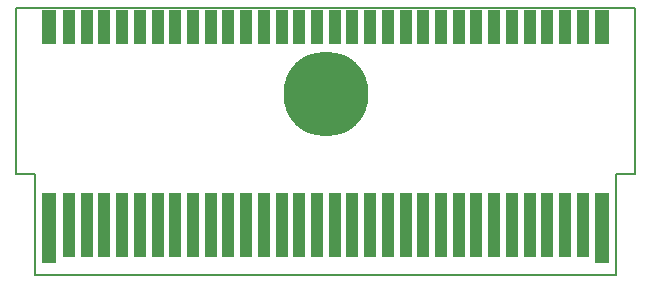
<source format=gbr>
G04 #@! TF.GenerationSoftware,KiCad,Pcbnew,(6.0.1-0)*
G04 #@! TF.CreationDate,2022-02-22T22:29:53-05:00*
G04 #@! TF.ProjectId,GBCart-Extender,47424361-7274-42d4-9578-74656e646572,rev?*
G04 #@! TF.SameCoordinates,Original*
G04 #@! TF.FileFunction,Soldermask,Top*
G04 #@! TF.FilePolarity,Negative*
%FSLAX46Y46*%
G04 Gerber Fmt 4.6, Leading zero omitted, Abs format (unit mm)*
G04 Created by KiCad (PCBNEW (6.0.1-0)) date 2022-02-22 22:29:53*
%MOMM*%
%LPD*%
G01*
G04 APERTURE LIST*
G04 #@! TA.AperFunction,Profile*
%ADD10C,0.150000*%
G04 #@! TD*
%ADD11C,7.200000*%
%ADD12R,1.300000X6.000000*%
%ADD13R,1.000000X5.500000*%
%ADD14R,1.000000X3.000000*%
%ADD15R,1.300000X3.000000*%
G04 APERTURE END LIST*
D10*
X124600000Y-91400000D02*
X126200000Y-91400000D01*
X75400000Y-100000000D02*
X124600000Y-100000000D01*
X75400000Y-91400000D02*
X73800000Y-91400000D01*
X73800000Y-77350000D02*
X73800000Y-91400000D01*
X126200000Y-91395000D02*
X126200000Y-77350000D01*
X124600000Y-100000000D02*
X124600000Y-91400000D01*
X75400000Y-100000000D02*
X75400000Y-91400000D01*
X73800000Y-77350000D02*
X126200000Y-77350000D01*
D11*
X100000000Y-84650000D03*
D12*
X76600000Y-96000000D03*
D13*
X78250000Y-95750000D03*
X79750000Y-95750000D03*
X81250000Y-95750000D03*
X82750000Y-95750000D03*
X84250000Y-95750000D03*
X85750000Y-95750000D03*
X87250000Y-95750000D03*
X88750000Y-95750000D03*
X90250000Y-95750000D03*
X91750000Y-95750000D03*
X93250000Y-95750000D03*
X94750000Y-95750000D03*
X96250000Y-95750000D03*
X97750000Y-95750000D03*
X99250000Y-95750000D03*
X100750000Y-95750000D03*
X102250000Y-95750000D03*
X103750000Y-95750000D03*
X105250000Y-95750000D03*
X106750000Y-95750000D03*
X108250000Y-95750000D03*
X109750000Y-95750000D03*
X111250000Y-95750000D03*
X112750000Y-95750000D03*
X114250000Y-95750000D03*
X115750000Y-95750000D03*
X117250000Y-95750000D03*
X118750000Y-95750000D03*
X120250000Y-95750000D03*
X121750000Y-95750000D03*
D12*
X123400000Y-96000000D03*
D14*
X103750000Y-79000000D03*
X81250000Y-79000000D03*
X96250000Y-79000000D03*
X120250000Y-79000000D03*
X102250000Y-79000000D03*
X91750000Y-79000000D03*
D15*
X123400000Y-79000000D03*
D14*
X111250000Y-79000000D03*
X117250000Y-79000000D03*
X118750000Y-79000000D03*
X109750000Y-79000000D03*
X105250000Y-79000000D03*
X82750000Y-79000000D03*
X79800000Y-79000000D03*
X99250000Y-79000000D03*
X78250000Y-79000000D03*
X97750000Y-79000000D03*
X90250000Y-79000000D03*
X93250000Y-79000000D03*
X115750000Y-79000000D03*
X114250000Y-79000000D03*
X112750000Y-79000000D03*
X121750000Y-79000000D03*
X87250000Y-79000000D03*
D15*
X76600000Y-79000000D03*
D14*
X88750000Y-79000000D03*
X100750000Y-79000000D03*
X106750000Y-79000000D03*
X94750000Y-79000000D03*
X84250000Y-79000000D03*
X108250000Y-79000000D03*
X85750000Y-79000000D03*
M02*

</source>
